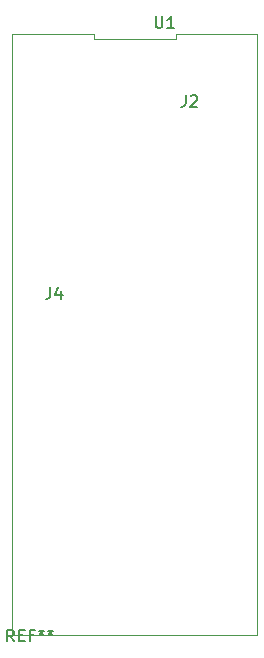
<source format=gbr>
%TF.GenerationSoftware,KiCad,Pcbnew,(6.0.2)*%
%TF.CreationDate,2023-01-30T04:02:28+03:00*%
%TF.ProjectId,Shield_Emergent,53686965-6c64-45f4-956d-657267656e74,rev?*%
%TF.SameCoordinates,Original*%
%TF.FileFunction,Legend,Top*%
%TF.FilePolarity,Positive*%
%FSLAX46Y46*%
G04 Gerber Fmt 4.6, Leading zero omitted, Abs format (unit mm)*
G04 Created by KiCad (PCBNEW (6.0.2)) date 2023-01-30 04:02:28*
%MOMM*%
%LPD*%
G01*
G04 APERTURE LIST*
%ADD10C,0.150000*%
%ADD11C,0.120000*%
G04 APERTURE END LIST*
D10*
%TO.C,U1*%
X39428095Y-25772380D02*
X39428095Y-26581904D01*
X39475714Y-26677142D01*
X39523333Y-26724761D01*
X39618571Y-26772380D01*
X39809047Y-26772380D01*
X39904285Y-26724761D01*
X39951904Y-26677142D01*
X39999523Y-26581904D01*
X39999523Y-25772380D01*
X40999523Y-26772380D02*
X40428095Y-26772380D01*
X40713809Y-26772380D02*
X40713809Y-25772380D01*
X40618571Y-25915238D01*
X40523333Y-26010476D01*
X40428095Y-26058095D01*
%TO.C,REF\u002A\u002A*%
X27426666Y-78712380D02*
X27093333Y-78236190D01*
X26855238Y-78712380D02*
X26855238Y-77712380D01*
X27236190Y-77712380D01*
X27331428Y-77760000D01*
X27379047Y-77807619D01*
X27426666Y-77902857D01*
X27426666Y-78045714D01*
X27379047Y-78140952D01*
X27331428Y-78188571D01*
X27236190Y-78236190D01*
X26855238Y-78236190D01*
X27855238Y-78188571D02*
X28188571Y-78188571D01*
X28331428Y-78712380D02*
X27855238Y-78712380D01*
X27855238Y-77712380D01*
X28331428Y-77712380D01*
X29093333Y-78188571D02*
X28760000Y-78188571D01*
X28760000Y-78712380D02*
X28760000Y-77712380D01*
X29236190Y-77712380D01*
X29760000Y-77712380D02*
X29760000Y-77950476D01*
X29521904Y-77855238D02*
X29760000Y-77950476D01*
X29998095Y-77855238D01*
X29617142Y-78140952D02*
X29760000Y-77950476D01*
X29902857Y-78140952D01*
X30521904Y-77712380D02*
X30521904Y-77950476D01*
X30283809Y-77855238D02*
X30521904Y-77950476D01*
X30760000Y-77855238D01*
X30379047Y-78140952D02*
X30521904Y-77950476D01*
X30664761Y-78140952D01*
%TO.C,J4*%
X30501666Y-48722380D02*
X30501666Y-49436666D01*
X30454047Y-49579523D01*
X30358809Y-49674761D01*
X30215952Y-49722380D01*
X30120714Y-49722380D01*
X31406428Y-49055714D02*
X31406428Y-49722380D01*
X31168333Y-48674761D02*
X30930238Y-49389047D01*
X31549285Y-49389047D01*
%TO.C,J2*%
X41966666Y-32452380D02*
X41966666Y-33166666D01*
X41919047Y-33309523D01*
X41823809Y-33404761D01*
X41680952Y-33452380D01*
X41585714Y-33452380D01*
X42395238Y-32547619D02*
X42442857Y-32500000D01*
X42538095Y-32452380D01*
X42776190Y-32452380D01*
X42871428Y-32500000D01*
X42919047Y-32547619D01*
X42966666Y-32642857D01*
X42966666Y-32738095D01*
X42919047Y-32880952D01*
X42347619Y-33452380D01*
X42966666Y-33452380D01*
D11*
%TO.C,U1*%
X48039999Y-78180000D02*
X48040000Y-27320000D01*
X34186667Y-27680000D02*
X34186667Y-27320000D01*
X48040000Y-27320000D02*
X41113333Y-27320000D01*
X41113333Y-27680000D02*
X34186667Y-27680000D01*
X41113333Y-27320000D02*
X41113333Y-27680000D01*
X34186667Y-27320000D02*
X27260001Y-27320000D01*
X27260000Y-78180000D02*
X48039999Y-78180000D01*
X27260001Y-27320000D02*
X27260000Y-78180000D01*
%TD*%
M02*

</source>
